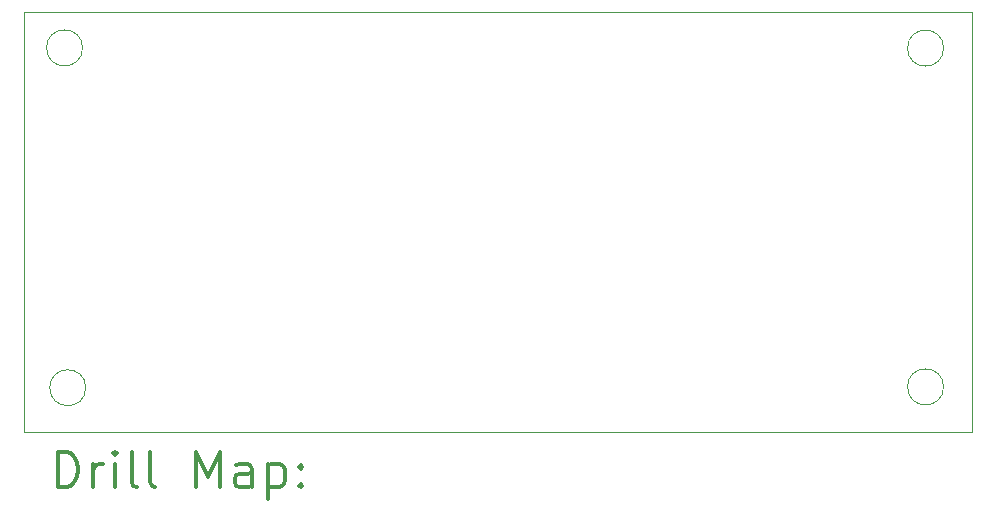
<source format=gbr>
%FSLAX45Y45*%
G04 Gerber Fmt 4.5, Leading zero omitted, Abs format (unit mm)*
G04 Created by KiCad (PCBNEW 5.1.12) date 2021-12-29 22:32:32*
%MOMM*%
%LPD*%
G01*
G04 APERTURE LIST*
%TA.AperFunction,Profile*%
%ADD10C,0.050000*%
%TD*%
%ADD11C,0.200000*%
%ADD12C,0.300000*%
G04 APERTURE END LIST*
D10*
X17627600Y-7493000D02*
G75*
G03*
X17627600Y-7493000I-152400J0D01*
G01*
X10337800Y-4622800D02*
G75*
G03*
X10337800Y-4622800I-152400J0D01*
G01*
X17627600Y-4624400D02*
G75*
G03*
X17627600Y-4624400I-152400J0D01*
G01*
X10365100Y-7500000D02*
G75*
G03*
X10365100Y-7500000I-152400J0D01*
G01*
X9842500Y-4323080D02*
X9842500Y-7874000D01*
X17868900Y-4320540D02*
X9842500Y-4323080D01*
X17868900Y-7874000D02*
X17868900Y-4320540D01*
X9842500Y-7874000D02*
X17868900Y-7874000D01*
D11*
D12*
X10126428Y-8342214D02*
X10126428Y-8042214D01*
X10197857Y-8042214D01*
X10240714Y-8056500D01*
X10269286Y-8085071D01*
X10283571Y-8113643D01*
X10297857Y-8170786D01*
X10297857Y-8213643D01*
X10283571Y-8270786D01*
X10269286Y-8299357D01*
X10240714Y-8327929D01*
X10197857Y-8342214D01*
X10126428Y-8342214D01*
X10426428Y-8342214D02*
X10426428Y-8142214D01*
X10426428Y-8199357D02*
X10440714Y-8170786D01*
X10455000Y-8156500D01*
X10483571Y-8142214D01*
X10512143Y-8142214D01*
X10612143Y-8342214D02*
X10612143Y-8142214D01*
X10612143Y-8042214D02*
X10597857Y-8056500D01*
X10612143Y-8070786D01*
X10626428Y-8056500D01*
X10612143Y-8042214D01*
X10612143Y-8070786D01*
X10797857Y-8342214D02*
X10769286Y-8327929D01*
X10755000Y-8299357D01*
X10755000Y-8042214D01*
X10955000Y-8342214D02*
X10926428Y-8327929D01*
X10912143Y-8299357D01*
X10912143Y-8042214D01*
X11297857Y-8342214D02*
X11297857Y-8042214D01*
X11397857Y-8256500D01*
X11497857Y-8042214D01*
X11497857Y-8342214D01*
X11769286Y-8342214D02*
X11769286Y-8185071D01*
X11755000Y-8156500D01*
X11726428Y-8142214D01*
X11669286Y-8142214D01*
X11640714Y-8156500D01*
X11769286Y-8327929D02*
X11740714Y-8342214D01*
X11669286Y-8342214D01*
X11640714Y-8327929D01*
X11626428Y-8299357D01*
X11626428Y-8270786D01*
X11640714Y-8242214D01*
X11669286Y-8227929D01*
X11740714Y-8227929D01*
X11769286Y-8213643D01*
X11912143Y-8142214D02*
X11912143Y-8442214D01*
X11912143Y-8156500D02*
X11940714Y-8142214D01*
X11997857Y-8142214D01*
X12026428Y-8156500D01*
X12040714Y-8170786D01*
X12055000Y-8199357D01*
X12055000Y-8285071D01*
X12040714Y-8313643D01*
X12026428Y-8327929D01*
X11997857Y-8342214D01*
X11940714Y-8342214D01*
X11912143Y-8327929D01*
X12183571Y-8313643D02*
X12197857Y-8327929D01*
X12183571Y-8342214D01*
X12169286Y-8327929D01*
X12183571Y-8313643D01*
X12183571Y-8342214D01*
X12183571Y-8156500D02*
X12197857Y-8170786D01*
X12183571Y-8185071D01*
X12169286Y-8170786D01*
X12183571Y-8156500D01*
X12183571Y-8185071D01*
M02*

</source>
